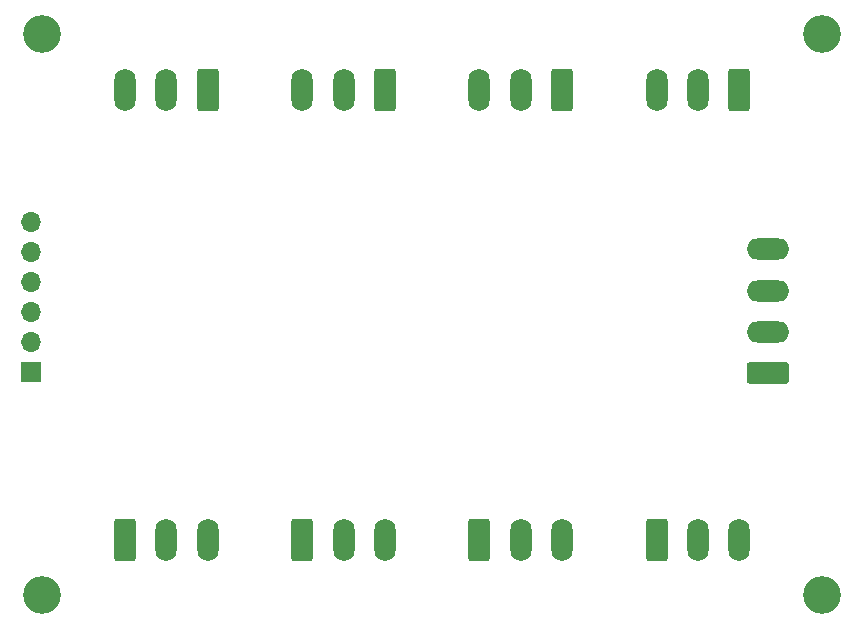
<source format=gbr>
%TF.GenerationSoftware,KiCad,Pcbnew,8.0.2*%
%TF.CreationDate,2024-09-22T00:14:53+02:00*%
%TF.ProjectId,solenoidDecoder,736f6c65-6e6f-4696-9444-65636f646572,rev?*%
%TF.SameCoordinates,Original*%
%TF.FileFunction,Soldermask,Bot*%
%TF.FilePolarity,Negative*%
%FSLAX46Y46*%
G04 Gerber Fmt 4.6, Leading zero omitted, Abs format (unit mm)*
G04 Created by KiCad (PCBNEW 8.0.2) date 2024-09-22 00:14:53*
%MOMM*%
%LPD*%
G01*
G04 APERTURE LIST*
G04 Aperture macros list*
%AMRoundRect*
0 Rectangle with rounded corners*
0 $1 Rounding radius*
0 $2 $3 $4 $5 $6 $7 $8 $9 X,Y pos of 4 corners*
0 Add a 4 corners polygon primitive as box body*
4,1,4,$2,$3,$4,$5,$6,$7,$8,$9,$2,$3,0*
0 Add four circle primitives for the rounded corners*
1,1,$1+$1,$2,$3*
1,1,$1+$1,$4,$5*
1,1,$1+$1,$6,$7*
1,1,$1+$1,$8,$9*
0 Add four rect primitives between the rounded corners*
20,1,$1+$1,$2,$3,$4,$5,0*
20,1,$1+$1,$4,$5,$6,$7,0*
20,1,$1+$1,$6,$7,$8,$9,0*
20,1,$1+$1,$8,$9,$2,$3,0*%
G04 Aperture macros list end*
%ADD10C,3.200000*%
%ADD11R,1.700000X1.700000*%
%ADD12O,1.700000X1.700000*%
%ADD13O,1.800000X3.600000*%
%ADD14RoundRect,0.250000X-0.650000X-1.550000X0.650000X-1.550000X0.650000X1.550000X-0.650000X1.550000X0*%
%ADD15RoundRect,0.250000X0.650000X1.550000X-0.650000X1.550000X-0.650000X-1.550000X0.650000X-1.550000X0*%
%ADD16RoundRect,0.250000X1.550000X-0.650000X1.550000X0.650000X-1.550000X0.650000X-1.550000X-0.650000X0*%
%ADD17O,3.600000X1.800000*%
G04 APERTURE END LIST*
D10*
%TO.C,REF\u002A\u002A*%
X158000000Y-33000000D03*
%TD*%
%TO.C,REF\u002A\u002A*%
X158000000Y-80500000D03*
%TD*%
%TO.C,REF\u002A\u002A*%
X92000000Y-33000000D03*
%TD*%
%TO.C,REF\u002A\u002A*%
X92000000Y-80500000D03*
%TD*%
D11*
%TO.C,J3*%
X91000000Y-61580000D03*
D12*
X91000000Y-59040000D03*
X91000000Y-56500000D03*
X91000000Y-53960000D03*
X91000000Y-51420000D03*
X91000000Y-48880000D03*
%TD*%
D13*
%TO.C,J11*%
X151000000Y-75806500D03*
X147500000Y-75806500D03*
D14*
X144000000Y-75806500D03*
%TD*%
%TO.C,J21*%
X129000000Y-75806500D03*
D13*
X132500000Y-75806500D03*
X136000000Y-75806500D03*
%TD*%
%TO.C,J31*%
X121000000Y-75806500D03*
X117500000Y-75806500D03*
D14*
X114000000Y-75806500D03*
%TD*%
D13*
%TO.C,J41*%
X106000000Y-75806500D03*
X102500000Y-75806500D03*
D14*
X99000000Y-75806500D03*
%TD*%
D15*
%TO.C,J51*%
X106000000Y-37710500D03*
D13*
X102500000Y-37710500D03*
X99000000Y-37710500D03*
%TD*%
D15*
%TO.C,J61*%
X121000000Y-37710500D03*
D13*
X117500000Y-37710500D03*
X114000000Y-37710500D03*
%TD*%
D15*
%TO.C,J71*%
X136000000Y-37710500D03*
D13*
X132500000Y-37710500D03*
X129000000Y-37710500D03*
%TD*%
D15*
%TO.C,J81*%
X151000000Y-37710500D03*
D13*
X147500000Y-37710500D03*
X144000000Y-37710500D03*
%TD*%
D16*
%TO.C,J62*%
X153404500Y-61710000D03*
D17*
X153404500Y-58210000D03*
X153404500Y-54710000D03*
X153404500Y-51210000D03*
%TD*%
M02*

</source>
